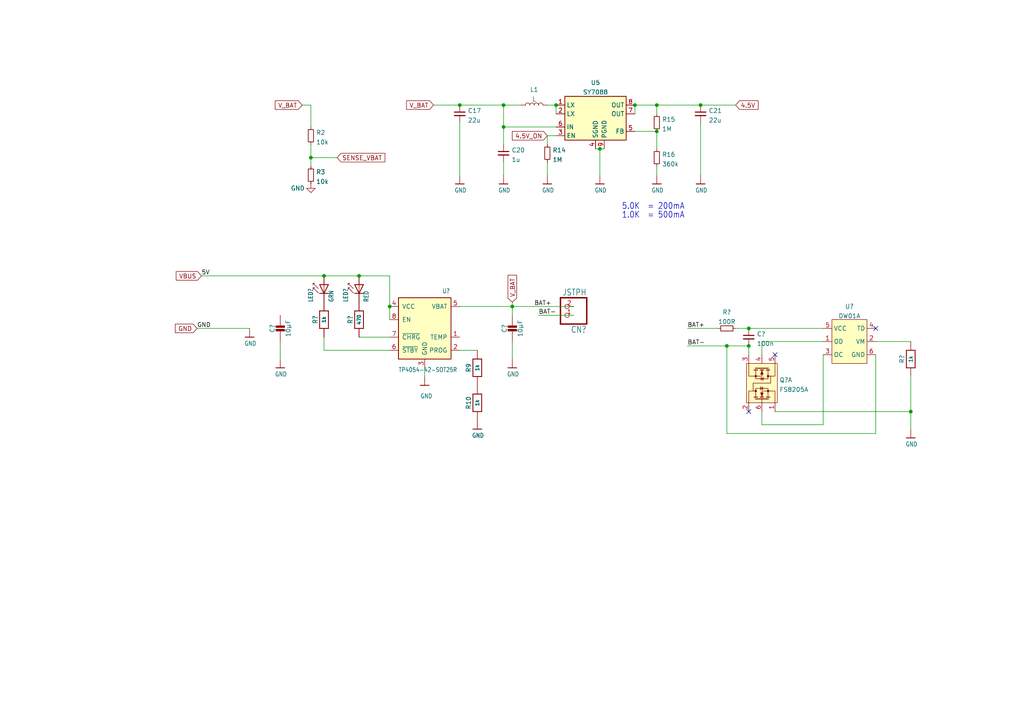
<source format=kicad_sch>
(kicad_sch (version 20211123) (generator eeschema)
  (paper "A4")
  (lib_symbols
    (symbol "Adafruit USB C microlipo charger-eagle-import:CAP_CERAMIC0805-NOOUTLINE"
      (property "Reference" "C" (at -2.29 1.25 90))
      (property "Value" "CAP_CERAMIC0805-NOOUTLINE" (at 2.3 1.25 90))
      (symbol "CAP_CERAMIC0805-NOOUTLINE_1_0"
        (rectangle (start -1.27 0.508) (end 1.27 1.016) (fill (type outline)))
        (rectangle (start -1.27 1.524) (end 1.27 2.032) (fill (type outline)))
        (polyline (pts (xy 0 0.762) (xy 0 0)) (stroke (width 0.1524)))
        (polyline (pts (xy 0 2.54) (xy 0 1.778)) (stroke (width 0.1524)))
        (pin passive line (at 0 5.08 270) (length 2.54) (name "1") (number "1"))
        (pin passive line (at 0 -2.54 90) (length 2.54) (name "2") (number "2"))
      )
    )
    (symbol "Adafruit USB C microlipo charger-eagle-import:GND" (power)
      (property "Value" "GND" (at -1.524 -2.54 0))
      (symbol "GND_1_0"
        (polyline (pts (xy -1.27 0) (xy 1.27 0)) (stroke (width 0.254)))
        (pin power_in line (at 0 2.54 270) (length 2.54) (name "GND") (number "1"))
      )
    )
    (symbol "Adafruit USB C microlipo charger-eagle-import:JST_2PIN"
      (property "Reference" "CN" (at -6.35 5.715 0))
      (property "Value" "JST_2PIN" (at -6.35 -5.08 0))
      (symbol "JST_2PIN_1_0"
        (polyline (pts (xy -6.35 -2.54) (xy 1.27 -2.54)) (stroke (width 0.4064)))
        (polyline (pts (xy -6.35 5.08) (xy -6.35 -2.54)) (stroke (width 0.4064)))
        (polyline (pts (xy 1.27 -2.54) (xy 1.27 5.08)) (stroke (width 0.4064)))
        (polyline (pts (xy 1.27 5.08) (xy -6.35 5.08)) (stroke (width 0.4064)))
        (pin passive inverted (at -2.54 2.54 0) (length 2.54) (name "1") (number "1"))
        (pin passive inverted (at -2.54 0 0) (length 2.54) (name "2") (number "2"))
      )
    )
    (symbol "Adafruit USB C microlipo charger-eagle-import:RESISTOR_0603_NOOUT"
      (property "Reference" "R" (at 0 2.54 0))
      (property "Value" "RESISTOR_0603_NOOUT" (at 0 0 0))
      (symbol "RESISTOR_0603_NOOUT_1_0"
        (polyline (pts (xy -2.54 -1.27) (xy -2.54 1.27)) (stroke (width 0.254)))
        (polyline (pts (xy -2.54 1.27) (xy 2.54 1.27)) (stroke (width 0.254)))
        (polyline (pts (xy 2.54 -1.27) (xy -2.54 -1.27)) (stroke (width 0.254)))
        (polyline (pts (xy 2.54 1.27) (xy 2.54 -1.27)) (stroke (width 0.254)))
        (pin passive line (at -5.08 0 0) (length 2.54) (name "1") (number "1"))
        (pin passive line (at 5.08 0 180) (length 2.54) (name "2") (number "2"))
      )
    )
    (symbol "Battery_Management:DW01A"
      (property "Reference" "U" (at 0 7.62 0))
      (property "Value" "DW01A" (at 0 -10.16 0))
      (symbol "DW01A_0_1"
        (rectangle (start -5.08 5.08) (end 5.08 -7.62) (fill (type background)))
      )
      (symbol "DW01A_1_1"
        (pin output line (at -7.62 -1.27 0) (length 2.54) (name "OD") (number "1"))
        (pin input line (at 7.62 -1.27 180) (length 2.54) (name "VM") (number "2"))
        (pin output line (at -7.62 -5.08 0) (length 2.54) (name "OC") (number "3"))
        (pin input line (at 7.62 2.54 180) (length 2.54) (name "TD") (number "4"))
        (pin power_in line (at -7.62 2.54 0) (length 2.54) (name "VCC") (number "5"))
        (pin power_in line (at 7.62 -5.08 180) (length 2.54) (name "GND") (number "6"))
      )
    )
    (symbol "Battery_Management:TP4056" (pin_names (offset 1.016))
      (property "Reference" "U" (at -6.35 6.35 0))
      (property "Value" "TP4056" (at 1.27 6.35 0))
      (symbol "TP4056_0_1"
        (rectangle (start -7.62 5.08) (end 7.62 -12.7) (stroke (width 0.254)) (fill (type background)))
      )
      (symbol "TP4056_1_1"
        (pin input line (at 10.16 -6.35 180) (length 2.54) (name "TEMP") (number "1"))
        (pin input line (at 10.16 -10.16 180) (length 2.54) (name "PROG") (number "2"))
        (pin power_in line (at 0 -15.24 90) (length 2.54) (name "GND") (number "3"))
        (pin power_in line (at -10.16 2.54 0) (length 2.54) (name "VCC") (number "4"))
        (pin power_out line (at 10.16 2.54 180) (length 2.54) (name "VBAT") (number "5"))
        (pin output line (at -10.16 -10.16 0) (length 2.54) (name "~{STBY}") (number "6"))
        (pin output line (at -10.16 -6.35 0) (length 2.54) (name "~{CHRG}") (number "7"))
        (pin input line (at -10.16 -1.27 0) (length 2.54) (name "EN") (number "8"))
      )
    )
    (symbol "Device:C_Small" (pin_numbers hide) (pin_names (offset 0.254) hide)
      (property "Reference" "C" (at 0.254 1.778 0))
      (property "Value" "C_Small" (at 0.254 -2.032 0))
      (symbol "C_Small_0_1"
        (polyline (pts (xy -1.524 -0.508) (xy 1.524 -0.508)) (stroke (width 0.3302)))
        (polyline (pts (xy -1.524 0.508) (xy 1.524 0.508)) (stroke (width 0.3048)))
      )
      (symbol "C_Small_1_1"
        (pin passive line (at 0 2.54 270) (length 2.032) (name "~") (number "1"))
        (pin passive line (at 0 -2.54 90) (length 2.032) (name "~") (number "2"))
      )
    )
    (symbol "Device:L" (pin_numbers hide) (pin_names (offset 1.016) hide)
      (property "Reference" "L" (at -1.27 0 90))
      (property "Value" "L" (at 1.905 0 90))
      (symbol "L_0_1"
        (arc (start 0 -2.54) (mid 0.635 -1.905) (end 0 -1.27))
        (arc (start 0 -1.27) (mid 0.635 -0.635) (end 0 0))
        (arc (start 0 0) (mid 0.635 0.635) (end 0 1.27))
        (arc (start 0 1.27) (mid 0.635 1.905) (end 0 2.54))
      )
      (symbol "L_1_1"
        (pin passive line (at 0 3.81 270) (length 1.27) (name "1") (number "1"))
        (pin passive line (at 0 -3.81 90) (length 1.27) (name "2") (number "2"))
      )
    )
    (symbol "Device:R_Small" (pin_numbers hide) (pin_names (offset 0.254) hide)
      (property "Reference" "R" (at 0.762 0.508 0))
      (property "Value" "R_Small" (at 0.762 -1.016 0))
      (symbol "R_Small_0_1"
        (rectangle (start -0.762 1.778) (end 0.762 -1.778) (stroke (width 0.2032)))
      )
      (symbol "R_Small_1_1"
        (pin passive line (at 0 2.54 270) (length 0.762) (name "~") (number "1"))
        (pin passive line (at 0 -2.54 90) (length 0.762) (name "~") (number "2"))
      )
    )
    (symbol "LED:IRL81A" (pin_numbers hide) (pin_names (offset 1.016) hide)
      (property "Reference" "D" (at 0.508 1.778 0))
      (property "Value" "IRL81A" (at -1.016 -2.794 0))
      (symbol "IRL81A_0_1"
        (polyline (pts (xy -2.54 0) (xy 0 0)))
        (polyline (pts (xy -2.54 1.27) (xy -2.54 -1.27)) (stroke (width 0.254)))
        (polyline (pts (xy 0.381 3.175) (xy -0.127 3.175)))
        (polyline (pts (xy -1.143 1.651) (xy 0.381 3.175) (xy 0.381 2.667)))
        (polyline (pts (xy 0 -1.27) (xy 0 1.27) (xy -2.54 0) (xy 0 -1.27)) (stroke (width 0.254)))
        (polyline (pts (xy -2.413 1.651) (xy -0.889 3.175) (xy -0.889 2.667) (xy -0.889 3.175) (xy -1.397 3.175)))
      )
      (symbol "IRL81A_1_1"
        (pin passive line (at -5.08 0 0) (length 2.54) (name "K") (number "1"))
        (pin passive line (at 2.54 0 180) (length 2.54) (name "A") (number "2"))
      )
    )
    (symbol "Regulator_Switching:SY7088"
      (property "Reference" "U" (at -7.62 6.35 0))
      (property "Value" "SY7088" (at 0 6.35 0))
      (symbol "SY7088_0_1"
        (rectangle (start -7.62 5.08) (end 10.16 -7.62) (stroke (width 0.254)) (fill (type background)))
        (pin power_out line (at 12.7 0 180) (length 2.54) (name "OUT") (number "7"))
        (pin power_out line (at 12.7 2.54 180) (length 2.54) (name "OUT") (number "8"))
      )
      (symbol "SY7088_1_1"
        (pin power_in line (at -10.16 2.54 0) (length 2.54) (name "LX") (number "1"))
        (pin power_in line (at -10.16 0 0) (length 2.54) (name "LX") (number "2"))
        (pin input line (at -10.16 -6.35 0) (length 2.54) (name "EN") (number "3"))
        (pin power_in line (at 1.27 -10.16 90) (length 2.54) (name "SGND") (number "4"))
        (pin input line (at 12.7 -5.08 180) (length 2.54) (name "FB") (number "5"))
        (pin input line (at -10.16 -3.81 0) (length 2.54) (name "IN") (number "6"))
        (pin power_in line (at 3.81 -10.16 90) (length 2.54) (name "PGND") (number "9"))
      )
    )
    (symbol "Transistor_FET:FS8205A" (pin_names hide)
      (property "Reference" "Q" (at -1.27 8.89 0))
      (property "Value" "FS8205A" (at -4.191 -6.096 0))
      (symbol "FS8205A_0_1"
        (rectangle (start -5.715 4.445) (end 5.715 -4.445) (fill (type background)))
        (circle (center -2.286 -1.778) (radius 0.254) (fill (type outline)))
        (circle (center -2.286 1.778) (radius 0.254) (fill (type outline)))
        (polyline (pts (xy -5.715 0) (xy -4.445 0)))
        (polyline (pts (xy -4.572 1.905) (xy -4.572 -1.905)) (stroke (width 0.254)))
        (polyline (pts (xy -4.064 -1.27) (xy -4.064 -2.286)) (stroke (width 0.254)))
        (polyline (pts (xy -4.064 0.508) (xy -4.064 -0.508)) (stroke (width 0.254)))
        (polyline (pts (xy -4.064 2.286) (xy -4.064 1.27)) (stroke (width 0.254)))
        (polyline (pts (xy -2.286 2.54) (xy -2.286 1.778)))
        (polyline (pts (xy 2.032 -2.54) (xy 2.032 -1.778)))
        (polyline (pts (xy 3.81 -2.286) (xy 3.81 -1.27)) (stroke (width 0.254)))
        (polyline (pts (xy 3.81 -0.508) (xy 3.81 0.508)) (stroke (width 0.254)))
        (polyline (pts (xy 3.81 1.27) (xy 3.81 2.286)) (stroke (width 0.254)))
        (polyline (pts (xy 4.318 -1.905) (xy 4.318 1.905)) (stroke (width 0.254)))
        (polyline (pts (xy -2.286 -2.54) (xy -2.286 -3.81) (xy -5.715 -3.81)))
        (polyline (pts (xy -2.286 -2.54) (xy -2.286 0) (xy -4.064 0)))
        (polyline (pts (xy -2.286 2.54) (xy -2.286 3.81) (xy -5.715 3.81)))
        (polyline (pts (xy 2.032 -2.54) (xy 2.032 -3.81) (xy 5.715 -3.81)))
        (polyline (pts (xy 2.032 2.54) (xy 2.032 0) (xy 3.81 0)))
        (polyline (pts (xy 2.032 2.54) (xy 2.032 3.81) (xy 5.715 3.81)))
        (polyline (pts (xy -4.064 -1.778) (xy -1.524 -1.778) (xy -1.524 1.778) (xy -4.064 1.778)))
        (polyline (pts (xy -3.81 0) (xy -2.794 0.381) (xy -2.794 -0.381) (xy -3.81 0)) (fill (type outline)))
        (polyline (pts (xy -2.286 2.54) (xy 0 2.54) (xy 0 -2.54) (xy 2.032 -2.54)))
        (polyline (pts (xy -2.032 0.508) (xy -1.905 0.381) (xy -1.143 0.381) (xy -1.016 0.254)))
        (polyline (pts (xy -1.524 0.381) (xy -1.905 -0.254) (xy -1.143 -0.254) (xy -1.524 0.381)))
        (polyline (pts (xy 1.27 -0.381) (xy 1.651 0.254) (xy 0.889 0.254) (xy 1.27 -0.381)))
        (polyline (pts (xy 1.778 -0.508) (xy 1.651 -0.381) (xy 0.889 -0.381) (xy 0.762 -0.254)))
        (polyline (pts (xy 3.556 0) (xy 2.54 -0.381) (xy 2.54 0.381) (xy 3.556 0)) (fill (type outline)))
        (polyline (pts (xy 3.81 1.778) (xy 1.27 1.778) (xy 1.27 -1.778) (xy 3.81 -1.778)))
        (circle (center 2.032 -1.778) (radius 0.254) (fill (type outline)))
        (circle (center 2.032 1.778) (radius 0.254) (fill (type outline)))
      )
      (symbol "FS8205A_1_1"
        (pin passive line (at -8.255 -3.81 0) (length 2.54) (name "S1") (number "1"))
        (pin passive line (at -8.255 3.81 0) (length 2.54) (name "D1") (number "2"))
        (pin passive line (at 8.255 3.81 180) (length 2.54) (name "S2") (number "3"))
        (pin passive line (at 8.255 0 180) (length 2.54) (name "G2") (number "4"))
        (pin passive line (at 8.255 -3.81 180) (length 2.54) (name "D2") (number "5"))
        (pin passive line (at -8.255 0 0) (length 2.54) (name "G1") (number "6"))
      )
      (symbol "FS8205A_2_1"
        (pin passive line (at 2.54 -5.08 90) (length 2.54) (name "S2") (number "3"))
        (pin passive line (at -5.08 0 0) (length 2.54) (name "G2") (number "4"))
        (pin passive line (at 2.54 5.08 270) (length 2.54) (name "D2") (number "6"))
      )
    )
    (symbol "power:GND" (power) (pin_names (offset 0))
      (property "Value" "GND" (at 0 -3.81 0))
      (symbol "GND_0_1"
        (polyline (pts (xy 0 0) (xy 0 -1.27) (xy 1.27 -1.27) (xy 0 -2.54) (xy -1.27 -1.27) (xy 0 -1.27)))
      )
      (symbol "GND_1_1"
        (pin power_in line (at 0 0 270) (length 0) hide (name "GND") (number "1"))
      )
    )
  )
  (junction (at 203.2 30.48))
  (junction (at 161.29 30.48))
  (junction (at 148.59 88.9))
  (junction (at 90.17 45.72))
  (junction (at 93.98 80.01))
  (junction (at 190.5 38.1))
  (junction (at 146.05 30.48))
  (junction (at 210.82 100.33))
  (junction (at 190.5 30.48))
  (junction (at 113.03 88.9))
  (junction (at 104.14 80.01))
  (junction (at 217.17 95.25))
  (junction (at 217.17 100.33))
  (junction (at 264.16 119.38))
  (junction (at 133.35 30.48))
  (junction (at 184.15 30.48))
  (junction (at 173.99 43.18))
  (junction (at 146.05 36.83))
  (no_connect (at 254 95.25))
  (no_connect (at 224.79 102.87))
  (no_connect (at 217.17 119.38))
  (wire (pts (xy 58.42 80.01) (xy 93.98 80.01)))
  (wire (pts (xy 184.15 38.1) (xy 190.5 38.1)))
  (wire (pts (xy 93.98 101.6) (xy 113.03 101.6)))
  (wire (pts (xy 238.76 123.19) (xy 238.76 102.87)))
  (wire (pts (xy 184.15 30.48) (xy 184.15 33.02)))
  (wire (pts (xy 113.03 88.9) (xy 113.03 92.71)))
  (wire (pts (xy 199.39 95.25) (xy 208.28 95.25)))
  (wire (pts (xy 220.98 102.87) (xy 220.98 99.06)))
  (wire (pts (xy 125.73 30.48) (xy 133.35 30.48)))
  (wire (pts (xy 203.2 35.56) (xy 203.2 50.8)))
  (wire (pts (xy 158.75 39.37) (xy 161.29 39.37)))
  (wire (pts (xy 220.98 119.38) (xy 220.98 123.19)))
  (wire (pts (xy 220.98 123.19) (xy 238.76 123.19)))
  (wire (pts (xy 224.79 119.38) (xy 264.16 119.38)))
  (wire (pts (xy 148.59 88.9) (xy 166.37 88.9)))
  (wire (pts (xy 264.16 119.38) (xy 264.16 124.46)))
  (wire (pts (xy 203.2 30.48) (xy 213.36 30.48)))
  (wire (pts (xy 90.17 45.72) (xy 90.17 48.26)))
  (wire (pts (xy 133.35 30.48) (xy 146.05 30.48)))
  (wire (pts (xy 184.15 30.48) (xy 190.5 30.48)))
  (wire (pts (xy 190.5 30.48) (xy 190.5 33.02)))
  (wire (pts (xy 133.35 35.56) (xy 133.35 50.8)))
  (wire (pts (xy 173.99 50.8) (xy 173.99 43.18)))
  (wire (pts (xy 190.5 38.1) (xy 190.5 43.18)))
  (wire (pts (xy 146.05 50.8) (xy 146.05 46.99)))
  (wire (pts (xy 113.03 80.01) (xy 113.03 88.9)))
  (wire (pts (xy 146.05 30.48) (xy 146.05 36.83)))
  (wire (pts (xy 254 125.73) (xy 210.82 125.73)))
  (wire (pts (xy 210.82 125.73) (xy 210.82 100.33)))
  (wire (pts (xy 161.29 36.83) (xy 146.05 36.83)))
  (wire (pts (xy 254 102.87) (xy 254 125.73)))
  (wire (pts (xy 93.98 80.01) (xy 104.14 80.01)))
  (wire (pts (xy 146.05 30.48) (xy 151.13 30.48)))
  (wire (pts (xy 133.35 88.9) (xy 148.59 88.9)))
  (wire (pts (xy 72.39 95.25) (xy 57.15 95.25)))
  (wire (pts (xy 123.19 106.68) (xy 123.19 109.22)))
  (wire (pts (xy 264.16 119.38) (xy 264.16 109.22)))
  (wire (pts (xy 90.17 45.72) (xy 97.79 45.72)))
  (wire (pts (xy 148.59 99.06) (xy 148.59 104.14)))
  (wire (pts (xy 254 99.06) (xy 264.16 99.06)))
  (wire (pts (xy 213.36 95.25) (xy 217.17 95.25)))
  (wire (pts (xy 217.17 95.25) (xy 238.76 95.25)))
  (wire (pts (xy 158.75 30.48) (xy 161.29 30.48)))
  (wire (pts (xy 104.14 97.79) (xy 113.03 97.79)))
  (wire (pts (xy 146.05 36.83) (xy 146.05 41.91)))
  (wire (pts (xy 133.35 101.6) (xy 138.43 101.6)))
  (wire (pts (xy 90.17 41.91) (xy 90.17 45.72)))
  (wire (pts (xy 210.82 100.33) (xy 217.17 100.33)))
  (wire (pts (xy 220.98 99.06) (xy 238.76 99.06)))
  (wire (pts (xy 104.14 80.01) (xy 113.03 80.01)))
  (wire (pts (xy 90.17 36.83) (xy 90.17 30.48)))
  (wire (pts (xy 158.75 50.8) (xy 158.75 46.99)))
  (wire (pts (xy 217.17 100.33) (xy 217.17 102.87)))
  (wire (pts (xy 199.39 100.33) (xy 210.82 100.33)))
  (wire (pts (xy 173.99 43.18) (xy 175.26 43.18)))
  (wire (pts (xy 148.59 87.63) (xy 148.59 88.9)))
  (wire (pts (xy 81.28 99.06) (xy 81.28 104.14)))
  (wire (pts (xy 172.72 43.18) (xy 173.99 43.18)))
  (wire (pts (xy 190.5 48.26) (xy 190.5 50.8)))
  (wire (pts (xy 148.59 91.44) (xy 148.59 88.9)))
  (wire (pts (xy 158.75 41.91) (xy 158.75 39.37)))
  (wire (pts (xy 156.21 91.44) (xy 166.37 91.44)))
  (wire (pts (xy 190.5 30.48) (xy 203.2 30.48)))
  (wire (pts (xy 93.98 97.79) (xy 93.98 101.6)))
  (wire (pts (xy 90.17 30.48) (xy 87.63 30.48)))
  (wire (pts (xy 161.29 30.48) (xy 161.29 33.02)))
  (text "5.0K  = 200mA" (at 180.34 60.96 180) (effects (font (size 1.778 1.5113)) (justify left bottom)))
  (text "1.0K  = 500mA" (at 180.34 63.5 180) (effects (font (size 1.778 1.5113)) (justify left bottom)))
  (label "BAT-" (at 156.21 91.44 0))
  (label "5V" (at 58.42 80.01 0) (effects (font (size 1.2446 1.2446))))
  (label "GND" (at 57.15 95.25 0) (effects (font (size 1.2446 1.2446))))
  (label "BAT+" (at 154.94 88.9 0) (effects (font (size 1.2446 1.2446))))
  (label "BAT+" (at 199.39 95.25 0) (effects (font (size 1.2446 1.2446))))
  (label "BAT-" (at 199.39 100.33 0))
  (global_label "4.5V_ON" (shape input) (at 158.75 39.37 180) (property "Intersheet References" "${INTERSHEET_REFS}" (effects hide)))
  (global_label "V_BAT" (shape input) (at 125.73 30.48 180) (property "Intersheet References" "${INTERSHEET_REFS}" (effects hide)))
  (global_label "4.5V" (shape input) (at 213.36 30.48 0) (property "Intersheet References" "${INTERSHEET_REFS}" (effects hide)))
  (global_label "V_BAT" (shape input) (at 87.63 30.48 180) (property "Intersheet References" "${INTERSHEET_REFS}" (effects hide)))
  (global_label "GND" (shape input) (at 57.15 95.25 180) (property "Intersheet References" "${INTERSHEET_REFS}" (effects hide)))
  (global_label "VBUS" (shape input) (at 58.42 80.01 180) (property "Intersheet References" "${INTERSHEET_REFS}" (effects hide)))
  (global_label "V_BAT" (shape input) (at 148.59 87.63 90) (property "Intersheet References" "${INTERSHEET_REFS}" (effects hide)))
  (global_label "SENSE_VBAT" (shape input) (at 97.79 45.72 0) (property "Intersheet References" "${INTERSHEET_REFS}" (effects hide)))
  (symbol (lib_id "Device:C_Small") (at 217.17 97.79 0) (unit 1)
    (property "Reference" "C?" (at 219.4941 96.8878 0) (effects (justify left)))
    (property "Value" "100n" (at 219.4941 99.6629 0) (effects (justify left)))
    (property "Footprint" "Capacitor_SMD:C_0402_1005Metric" (effects hide))
  )
  (symbol (lib_id "Adafruit USB C microlipo charger-eagle-import:GND") (at 173.99 53.34 0) (unit 1)
    (property "Reference" "#U$0107" (effects hide))
    (property "Value" "GND" (at 172.466 55.88 0) (effects (font (size 1.27 1.0795)) (justify left bottom)))
  )
  (symbol (lib_id "Battery_Management:TP4056") (at 123.19 91.44 0) (unit 1)
    (property "Reference" "U?" (at 128.27 85.09 0) (effects (font (size 1.27 1.0795)) (justify left bottom)))
    (property "Value" "TP4054-42-SOT25R" (at 115.57 107.95 0) (effects (font (size 1.27 1.0795)) (justify left bottom)))
    (property "Footprint" "Package_TO_SOT_SMD:SOT-23-5" (effects hide))
    (property "Datasheet" "https://datasheet.lcsc.com/lcsc/1809261814_TOPPOWER-Nanjing-Extension-Microelectronics-TP4054-42-SOT25R_C32574.pdf" (effects hide))
    (property "LCSC" "C382139" (effects hide))
  )
  (symbol (lib_id "Adafruit USB C microlipo charger-eagle-import:GND") (at 148.59 106.68 0) (unit 1)
    (property "Reference" "#U$?" (effects hide))
    (property "Value" "GND" (at 147.066 109.22 0) (effects (font (size 1.27 1.0795)) (justify left bottom)))
  )
  (symbol (lib_id "LED:IRL81A") (at 93.98 82.55 90) (unit 1)
    (property "Reference" "LED?" (at 90.805 87.63 0) (effects (font (size 1.27 1.0795)) (justify left bottom)))
    (property "Value" "GRN" (at 96.774 87.63 0) (effects (font (size 1.27 1.0795)) (justify left bottom)))
    (property "Footprint" "LED_SMD:LED_0603_1608Metric" (effects hide))
    (property "Datasheet" "http://www.osram-os.com/Graphics/XPic0/00203825_0.pdf" (effects hide))
    (property "LCSC" "C2286" (effects hide))
  )
  (symbol (lib_id "Device:C_Small") (at 146.05 44.45 0) (unit 1)
    (property "Reference" "C20" (at 148.3741 43.5478 0) (effects (justify left)))
    (property "Value" "1u" (at 148.3741 46.3229 0) (effects (justify left)))
    (property "Footprint" "Capacitor_SMD:C_0402_1005Metric" (effects hide))
    (property "LCSC" "C52923 " (effects hide))
  )
  (symbol (lib_id "Regulator_Switching:SY7088") (at 171.45 33.02 0) (unit 1)
    (property "Reference" "U5" (at 172.72 23.9735 0))
    (property "Value" "SY7088" (at 172.72 26.7486 0))
    (property "Footprint" "Package_DFN_QFN:DFN-8-1EP_3x2mm_P0.5mm_EP1.36x1.46mm" (effects hide))
    (property "Datasheet" "https://datasheet.lcsc.com/lcsc/2108131730_Silergy-Corp-SY7088DGC_C178240.pdf" (effects hide))
    (property "LCSC" "C178240" (effects hide))
  )
  (symbol (lib_id "Device:R_Small") (at 190.5 35.56 0) (unit 1)
    (property "Reference" "R15" (at 191.9986 34.6515 0) (effects (justify left)))
    (property "Value" "1M" (at 191.9986 37.4266 0) (effects (justify left)))
    (property "Footprint" "Resistor_SMD:R_0402_1005Metric" (effects hide))
    (property "LCSC" "C26083" (effects hide))
  )
  (symbol (lib_id "Adafruit USB C microlipo charger-eagle-import:RESISTOR_0603_NOOUT") (at 138.43 106.68 90) (unit 1)
    (property "Reference" "R9" (at 135.89 106.68 0))
    (property "Value" "1k" (at 138.43 106.68 0) (effects (font (size 1.016 1.016) bold)))
    (property "Footprint" "Resistor_SMD:R_0402_1005Metric" (effects hide))
    (property "LCSC" "C11702" (effects hide))
  )
  (symbol (lib_id "Device:R_Small") (at 210.82 95.25 90) (unit 1)
    (property "Reference" "R?" (at 210.82 90.5469 90))
    (property "Value" "100R" (at 210.82 93.322 90))
  )
  (symbol (lib_id "Adafruit USB C microlipo charger-eagle-import:GND") (at 203.2 53.34 0) (unit 1)
    (property "Reference" "#U$0108" (effects hide))
    (property "Value" "GND" (at 201.676 55.88 0) (effects (font (size 1.27 1.0795)) (justify left bottom)))
  )
  (symbol (lib_id "Adafruit USB C microlipo charger-eagle-import:GND") (at 146.05 53.34 0) (unit 1)
    (property "Reference" "#U$0112" (effects hide))
    (property "Value" "GND" (at 144.526 55.88 0) (effects (font (size 1.27 1.0795)) (justify left bottom)))
  )
  (symbol (lib_id "Adafruit USB C microlipo charger-eagle-import:RESISTOR_0603_NOOUT") (at 104.14 92.71 90) (unit 1)
    (property "Reference" "R?" (at 101.6 92.71 0))
    (property "Value" "470" (at 104.14 92.71 0) (effects (font (size 1.016 1.016) bold)))
    (property "Footprint" "Resistor_SMD:R_0402_1005Metric" (effects hide))
    (property "LCSC" "C25117" (effects hide))
  )
  (symbol (lib_id "Device:L") (at 154.94 30.48 90) (unit 1)
    (property "Reference" "L1" (at 154.94 26.0055 90))
    (property "Value" "L" (at 154.94 28.7806 90))
    (property "Footprint" "Inductor_SMD:CKCS4018" (effects hide))
    (property "LCSC" "C354573" (effects hide))
  )
  (symbol (lib_id "Adafruit USB C microlipo charger-eagle-import:GND") (at 190.5 53.34 0) (unit 1)
    (property "Reference" "#U$0109" (effects hide))
    (property "Value" "GND" (at 188.976 55.88 0) (effects (font (size 1.27 1.0795)) (justify left bottom)))
  )
  (symbol (lib_id "Device:C_Small") (at 203.2 33.02 0) (unit 1)
    (property "Reference" "C21" (at 205.5241 32.1178 0) (effects (justify left)))
    (property "Value" "22u" (at 205.5241 34.8929 0) (effects (justify left)))
    (property "Footprint" "Capacitor_SMD:C_0805_2012Metric" (effects hide))
    (property "LCSC" "C45783" (effects hide))
  )
  (symbol (lib_id "Adafruit USB C microlipo charger-eagle-import:GND") (at 72.39 97.79 0) (unit 1)
    (property "Reference" "#U$?" (effects hide))
    (property "Value" "GND" (at 70.866 100.33 0) (effects (font (size 1.27 1.0795)) (justify left bottom)))
  )
  (symbol (lib_id "Adafruit USB C microlipo charger-eagle-import:GND") (at 81.28 106.68 0) (unit 1)
    (property "Reference" "#U$?" (effects hide))
    (property "Value" "GND" (at 79.756 109.22 0) (effects (font (size 1.27 1.0795)) (justify left bottom)))
  )
  (symbol (lib_id "Adafruit USB C microlipo charger-eagle-import:GND") (at 158.75 53.34 0) (unit 1)
    (property "Reference" "#U$0111" (effects hide))
    (property "Value" "GND" (at 157.226 55.88 0) (effects (font (size 1.27 1.0795)) (justify left bottom)))
  )
  (symbol (lib_id "Device:R_Small") (at 90.17 39.37 0) (unit 1)
    (property "Reference" "R2" (at 91.6686 38.4615 0) (effects (justify left)))
    (property "Value" "10k" (at 91.6686 41.2366 0) (effects (justify left)))
    (property "Footprint" "Resistor_SMD:R_0402_1005Metric" (effects hide))
    (property "LCSC" "C25744" (effects hide))
  )
  (symbol (lib_id "Transistor_FET:FS8205A") (at 220.98 111.125 90) (unit 1)
    (property "Reference" "Q?" (at 226.06 110.2165 90) (effects (justify right)))
    (property "Value" "FS8205A" (at 226.06 112.9916 90) (effects (justify right)))
    (property "Footprint" "Package_TO_SOT_SMD:SOT-23-6" (effects hide))
    (property "Datasheet" "https://datasheet.lcsc.com/lcsc/2108132230_TECH-PUBLIC-FS8205A_C2830320.pdf" (effects hide))
  )
  (symbol (lib_id "power:GND") (at 90.17 53.34 0) (unit 1)
    (property "Reference" "#PWR0109" (effects hide))
    (property "Value" "GND" (at 86.36 54.61 0))
  )
  (symbol (lib_id "Adafruit USB C microlipo charger-eagle-import:RESISTOR_0603_NOOUT") (at 93.98 92.71 90) (unit 1)
    (property "Reference" "R?" (at 91.44 92.71 0))
    (property "Value" "1k" (at 93.98 92.71 0) (effects (font (size 1.016 1.016) bold)))
    (property "Footprint" "Resistor_SMD:R_0402_1005Metric" (effects hide))
    (property "LCSC" "C25117" (effects hide))
  )
  (symbol (lib_id "Adafruit USB C microlipo charger-eagle-import:CAP_CERAMIC0805-NOOUTLINE") (at 81.28 96.52 0) (unit 1)
    (property "Reference" "C?" (at 78.99 95.27 90))
    (property "Value" "10µF" (at 83.58 95.27 90))
    (property "Footprint" "Capacitor_SMD:C_0402_1005Metric" (effects hide))
  )
  (symbol (lib_id "Adafruit USB C microlipo charger-eagle-import:JST_2PIN") (at 163.83 88.9 180) (unit 1)
    (property "Reference" "CN?" (at 170.18 94.615 0) (effects (font (size 1.778 1.5113)) (justify left bottom)))
    (property "Value" "JSTPH" (at 170.18 83.82 0) (effects (font (size 1.778 1.5113)) (justify left bottom)))
    (property "Footprint" "Connector_JST:JST_PH_S2B-PH-K_1x02_P2.00mm_Horizontal" (effects hide))
    (property "LCSC" "C2936224" (effects hide))
  )
  (symbol (lib_id "LED:IRL81A") (at 104.14 82.55 90) (unit 1)
    (property "Reference" "LED?" (at 100.965 87.63 0) (effects (font (size 1.27 1.0795)) (justify left bottom)))
    (property "Value" "RED" (at 106.934 87.63 0) (effects (font (size 1.27 1.0795)) (justify left bottom)))
    (property "Footprint" "LED_SMD:LED_0603_1608Metric" (effects hide))
    (property "Datasheet" "http://www.osram-os.com/Graphics/XPic0/00203825_0.pdf" (effects hide))
    (property "LCSC" "C2286" (effects hide))
  )
  (symbol (lib_id "Device:R_Small") (at 158.75 44.45 0) (unit 1)
    (property "Reference" "R14" (at 160.2486 43.5415 0) (effects (justify left)))
    (property "Value" "1M" (at 160.2486 46.3166 0) (effects (justify left)))
    (property "Footprint" "Resistor_SMD:R_0402_1005Metric" (effects hide))
    (property "LCSC" "C26083" (effects hide))
  )
  (symbol (lib_id "Device:R_Small") (at 90.17 50.8 0) (unit 1)
    (property "Reference" "R3" (at 91.6686 49.8915 0) (effects (justify left)))
    (property "Value" "10k" (at 91.6686 52.6666 0) (effects (justify left)))
    (property "Footprint" "Resistor_SMD:R_0402_1005Metric" (effects hide))
    (property "LCSC" "C25744" (effects hide))
  )
  (symbol (lib_id "Device:C_Small") (at 133.35 33.02 0) (unit 1)
    (property "Reference" "C17" (at 135.6741 32.1178 0) (effects (justify left)))
    (property "Value" "22u" (at 135.6741 34.8929 0) (effects (justify left)))
    (property "Footprint" "Capacitor_SMD:C_0805_2012Metric" (effects hide))
    (property "LCSC" "C45783" (effects hide))
  )
  (symbol (lib_id "Battery_Management:DW01A") (at 246.38 97.79 0) (unit 1)
    (property "Reference" "U?" (at 246.38 88.8705 0))
    (property "Value" "DW01A" (at 246.38 91.6456 0))
    (property "Footprint" "Package_TO_SOT_SMD:SOT-23-6" (effects hide))
    (property "Datasheet" "https://datasheet.lcsc.com/szlcsc/1901091236_PUOLOP-DW01A_C351410.pdf" (effects hide))
  )
  (symbol (lib_id "Adafruit USB C microlipo charger-eagle-import:GND") (at 138.43 124.46 0) (unit 1)
    (property "Reference" "#U$?" (effects hide))
    (property "Value" "GND" (at 136.906 127 0) (effects (font (size 1.27 1.0795)) (justify left bottom)))
  )
  (symbol (lib_id "Adafruit USB C microlipo charger-eagle-import:GND") (at 123.19 111.76 0) (unit 1)
    (property "Reference" "#U$?" (effects hide))
    (property "Value" "GND" (at 121.92 115.57 0) (effects (font (size 1.27 1.0795)) (justify left bottom)))
  )
  (symbol (lib_id "Adafruit USB C microlipo charger-eagle-import:GND") (at 264.16 127 0) (unit 1)
    (property "Reference" "#U$?" (effects hide))
    (property "Value" "GND" (at 262.636 129.54 0) (effects (font (size 1.27 1.0795)) (justify left bottom)))
  )
  (symbol (lib_id "Adafruit USB C microlipo charger-eagle-import:GND") (at 133.35 53.34 0) (unit 1)
    (property "Reference" "#U$0110" (effects hide))
    (property "Value" "GND" (at 131.826 55.88 0) (effects (font (size 1.27 1.0795)) (justify left bottom)))
  )
  (symbol (lib_id "Adafruit USB C microlipo charger-eagle-import:RESISTOR_0603_NOOUT") (at 264.16 104.14 90) (unit 1)
    (property "Reference" "R?" (at 261.62 104.14 0))
    (property "Value" "1k" (at 264.16 104.14 0) (effects (font (size 1.016 1.016) bold)))
    (property "Footprint" "Resistor_SMD:R_0402_1005Metric" (effects hide))
    (property "LCSC" "C11702" (effects hide))
  )
  (symbol (lib_id "Adafruit USB C microlipo charger-eagle-import:CAP_CERAMIC0805-NOOUTLINE") (at 148.59 96.52 0) (unit 1)
    (property "Reference" "C?" (at 146.3 95.27 90))
    (property "Value" "10µF" (at 150.89 95.27 90))
    (property "Footprint" "Capacitor_SMD:C_0402_1005Metric" (effects hide))
    (property "LCSC" "C52923 " (effects hide))
  )
  (symbol (lib_id "Device:R_Small") (at 190.5 45.72 0) (unit 1)
    (property "Reference" "R16" (at 191.9986 44.8115 0) (effects (justify left)))
    (property "Value" "360k" (at 191.9986 47.5866 0) (effects (justify left)))
    (property "Footprint" "Resistor_SMD:R_0603_1608Metric" (effects hide))
    (property "LCSC" "C23146" (effects hide))
  )
  (symbol (lib_id "Adafruit USB C microlipo charger-eagle-import:RESISTOR_0603_NOOUT") (at 138.43 116.84 90) (unit 1)
    (property "Reference" "R10" (at 135.89 116.84 0))
    (property "Value" "1k" (at 138.43 116.84 0) (effects (font (size 1.016 1.016) bold)))
    (property "Footprint" "Resistor_SMD:R_0402_1005Metric" (effects hide))
    (property "LCSC" "C11702" (effects hide))
  )
)
</source>
